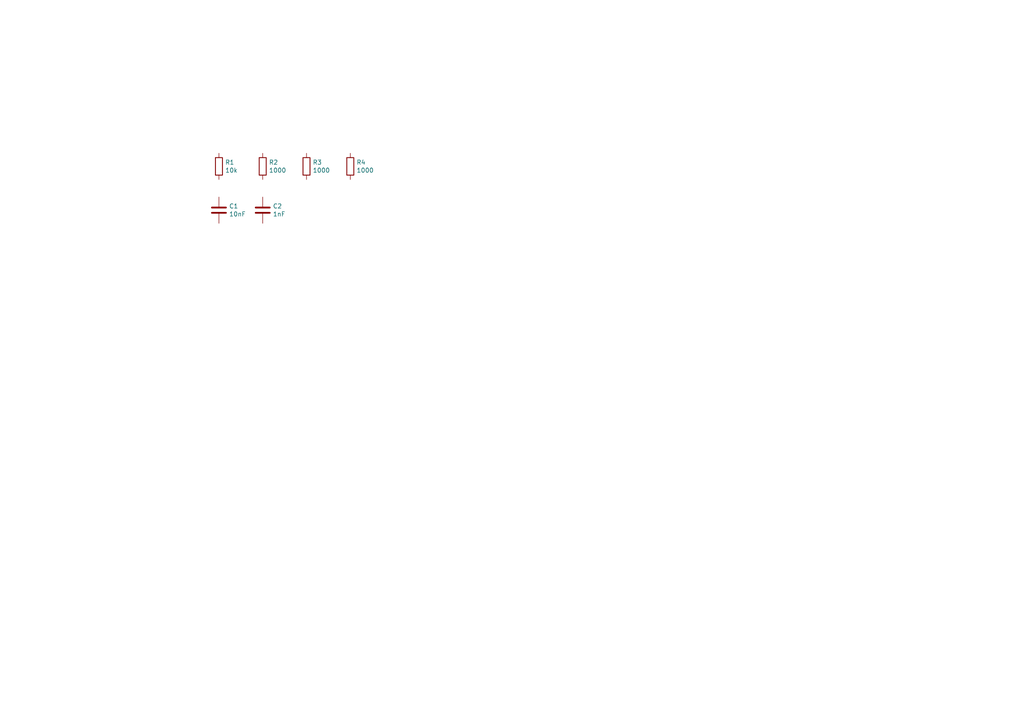
<source format=kicad_sch>
(kicad_sch (version 20211123) (generator eeschema)
  (paper "A4")
  (title_block (date "2021-05-11_13-10-07"))
  (lib_symbols
    (symbol "Device:C" (pin_numbers hide) (pin_names (offset 0.254))
      (property "Reference" "C" (at 0.635 2.54 0))
      (property "Value" "C" (at 0.635 -2.54 0))
      (symbol "C_0_1"
        (polyline (pts (xy -2.032 -0.762) (xy 2.032 -0.762)) (stroke (width 0.508)))
        (polyline (pts (xy -2.032 0.762) (xy 2.032 0.762)) (stroke (width 0.508)))
      )
      (symbol "C_1_1"
        (pin passive line (at 0 3.81 270) (length 2.794) (name "~") (number "1"))
        (pin passive line (at 0 -3.81 90) (length 2.794) (name "~") (number "2"))
      )
    )
    (symbol "Device:R" (pin_numbers hide) (pin_names (offset 0))
      (property "Reference" "R" (at 2.032 0 90))
      (property "Value" "R" (at 0 0 90))
      (symbol "R_0_1"
        (rectangle (start -1.016 -2.54) (end 1.016 2.54) (stroke (width 0.254)))
      )
      (symbol "R_1_1"
        (pin passive line (at 0 3.81 270) (length 1.27) (name "~") (number "1"))
        (pin passive line (at 0 -3.81 90) (length 1.27) (name "~") (number "2"))
      )
    )
  )
  (symbol (lib_id "Device:R") (at 63.5 48.26 0) (unit 1)
    (property "Reference" "R1" (at 65.278 47.0916 0) (effects (justify left)))
    (property "Value" "10k" (at 65.278 49.403 0) (effects (justify left)))
    (property "manf#" "RC0805JR-0710KL" (effects hide))
  )
  (symbol (lib_id "Device:R") (at 76.2 48.26 0) (unit 1)
    (property "Reference" "R2" (at 77.978 47.0916 0) (effects (justify left)))
    (property "Value" "1000" (at 77.978 49.403 0) (effects (justify left)))
    (property "manf#" "RC0805JR-071KL" (effects hide))
  )
  (symbol (lib_id "Device:R") (at 88.9 48.26 0) (unit 1)
    (property "Reference" "R3" (at 90.678 47.0916 0) (effects (justify left)))
    (property "Value" "1000" (at 90.678 49.403 0) (effects (justify left)))
    (property "manf#" "RC0805JR-071KL" (effects hide))
  )
  (symbol (lib_id "Device:C") (at 63.5 60.96 0) (unit 1)
    (property "Reference" "C1" (at 66.421 59.7916 0) (effects (justify left)))
    (property "Value" "10nF" (at 66.421 62.103 0) (effects (justify left)))
    (property "manf#" "GRM155R71E103KA01D" (effects hide))
  )
  (symbol (lib_id "Device:C") (at 76.2 60.96 0) (unit 1)
    (property "Reference" "C2" (at 79.121 59.7916 0) (effects (justify left)))
    (property "Value" "1nF" (at 79.121 62.103 0) (effects (justify left)))
    (property "manf#" "GRM1555C1H102JA01D" (effects hide))
  )
  (symbol (lib_id "Device:R") (at 101.6 48.26 0) (unit 1)
    (property "Reference" "R4" (at 103.378 47.0916 0) (effects (justify left)))
    (property "Value" "1000" (at 103.378 49.403 0) (effects (justify left)))
    (property "manf#" "RC0805JR-071KL" (effects hide))
  )
)
</source>
